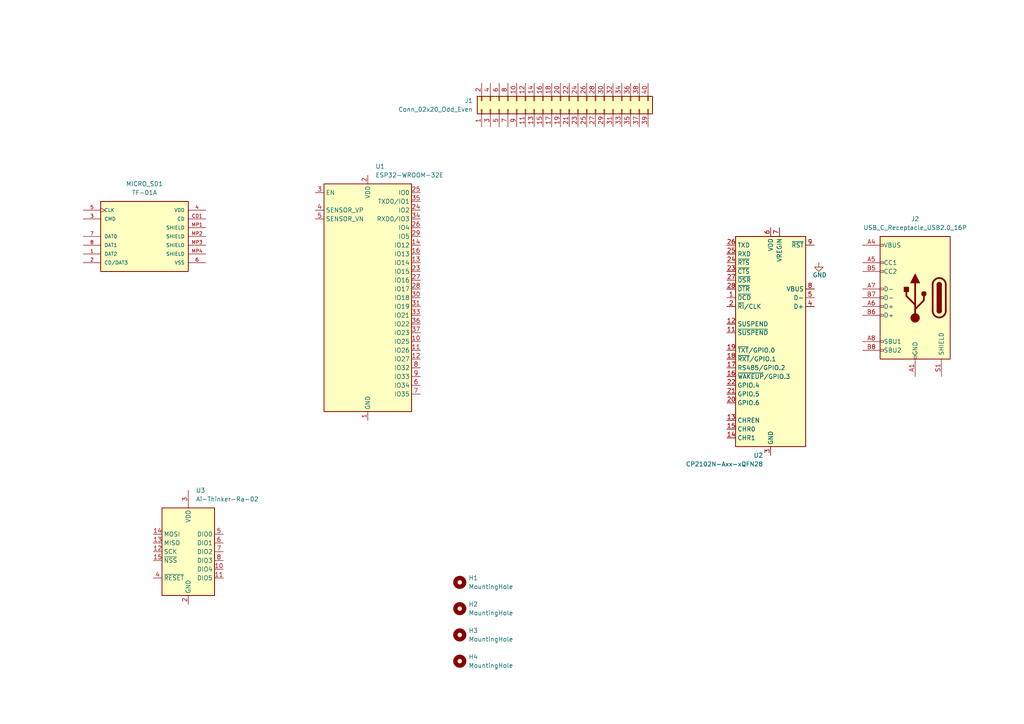
<source format=kicad_sch>
(kicad_sch (version 20231120) (generator "eeschema") (generator_version "8.0")
  (paper "A4")
  (lib_symbols
    (symbol "Connector:USB_C_Receptacle_USB2.0_16P" (pin_names (offset 1.016))
      (property "Reference" "J" (at 0 22.225 0))
      (property "Value" "USB_C_Receptacle_USB2.0_16P" (at 0 19.685 0))
      (symbol "USB_C_Receptacle_USB2.0_16P_0_0"
        (rectangle (start -0.254 -17.78) (end 0.254 -16.764))
        (rectangle (start 10.16 -14.986) (end 9.144 -15.494))
        (rectangle (start 10.16 -12.446) (end 9.144 -12.954))
        (rectangle (start 10.16 -4.826) (end 9.144 -5.334))
        (rectangle (start 10.16 -2.286) (end 9.144 -2.794))
        (rectangle (start 10.16 0.254) (end 9.144 -0.254))
        (rectangle (start 10.16 2.794) (end 9.144 2.286))
        (rectangle (start 10.16 7.874) (end 9.144 7.366))
        (rectangle (start 10.16 10.414) (end 9.144 9.906))
        (rectangle (start 10.16 15.494) (end 9.144 14.986))
      )
      (symbol "USB_C_Receptacle_USB2.0_16P_0_1"
        (rectangle (start -10.16 17.78) (end 10.16 -17.78) (stroke (width 0.254)) (fill (type background)))
        (arc (start -8.89 -3.81) (mid -6.985 -5.7067) (end -5.08 -3.81) (stroke (width 0.508)))
        (arc (start -7.62 -3.81) (mid -6.985 -4.4423) (end -6.35 -3.81) (stroke (width 0.254)))
        (arc (start -7.62 -3.81) (mid -6.985 -4.4423) (end -6.35 -3.81) (stroke (width 0.254)) (fill (type outline)))
        (rectangle (start -7.62 -3.81) (end -6.35 3.81) (stroke (width 0.254)) (fill (type outline)))
        (arc (start -6.35 3.81) (mid -6.985 4.4423) (end -7.62 3.81) (stroke (width 0.254)))
        (arc (start -6.35 3.81) (mid -6.985 4.4423) (end -7.62 3.81) (stroke (width 0.254)) (fill (type outline)))
        (arc (start -5.08 3.81) (mid -6.985 5.7067) (end -8.89 3.81) (stroke (width 0.508)))
        (circle (center -2.54 1.143) (radius 0.635) (stroke (width 0.254)) (fill (type outline)))
        (circle (center 0 -5.842) (radius 1.27) (fill (type outline)))
        (polyline (pts (xy -8.89 -3.81) (xy -8.89 3.81)) (stroke (width 0.508)))
        (polyline (pts (xy -5.08 3.81) (xy -5.08 -3.81)) (stroke (width 0.508)))
        (polyline (pts (xy 0 -5.842) (xy 0 4.318)) (stroke (width 0.508)))
        (polyline (pts (xy 0 -3.302) (xy -2.54 -0.762) (xy -2.54 0.508)) (stroke (width 0.508)))
        (polyline (pts (xy 0 -2.032) (xy 2.54 0.508) (xy 2.54 1.778)) (stroke (width 0.508)))
        (polyline (pts (xy -1.27 4.318) (xy 0 6.858) (xy 1.27 4.318) (xy -1.27 4.318)) (stroke (width 0.254)) (fill (type outline)))
        (rectangle (start 1.905 1.778) (end 3.175 3.048) (stroke (width 0.254)) (fill (type outline)))
      )
      (symbol "USB_C_Receptacle_USB2.0_16P_1_1"
        (pin passive line (at 0 -22.86 90) (length 5.08) (name "GND") (number "A1"))
        (pin passive line (at 0 -22.86 90) (length 5.08) hide (name "GND") (number "A12"))
        (pin passive line (at 15.24 15.24 180) (length 5.08) (name "VBUS") (number "A4"))
        (pin bidirectional line (at 15.24 10.16 180) (length 5.08) (name "CC1") (number "A5"))
        (pin bidirectional line (at 15.24 -2.54 180) (length 5.08) (name "D+") (number "A6"))
        (pin bidirectional line (at 15.24 2.54 180) (length 5.08) (name "D-") (number "A7"))
        (pin bidirectional line (at 15.24 -12.7 180) (length 5.08) (name "SBU1") (number "A8"))
        (pin passive line (at 15.24 15.24 180) (length 5.08) hide (name "VBUS") (number "A9"))
        (pin passive line (at 0 -22.86 90) (length 5.08) hide (name "GND") (number "B1"))
        (pin passive line (at 0 -22.86 90) (length 5.08) hide (name "GND") (number "B12"))
        (pin passive line (at 15.24 15.24 180) (length 5.08) hide (name "VBUS") (number "B4"))
        (pin bidirectional line (at 15.24 7.62 180) (length 5.08) (name "CC2") (number "B5"))
        (pin bidirectional line (at 15.24 -5.08 180) (length 5.08) (name "D+") (number "B6"))
        (pin bidirectional line (at 15.24 0 180) (length 5.08) (name "D-") (number "B7"))
        (pin bidirectional line (at 15.24 -15.24 180) (length 5.08) (name "SBU2") (number "B8"))
        (pin passive line (at 15.24 15.24 180) (length 5.08) hide (name "VBUS") (number "B9"))
        (pin passive line (at -7.62 -22.86 90) (length 5.08) (name "SHIELD") (number "S1"))
      )
    )
    (symbol "Connector_Generic:Conn_02x20_Odd_Even" (pin_names (offset 1.016) hide)
      (property "Reference" "J" (at 1.27 25.4 0))
      (property "Value" "Conn_02x20_Odd_Even" (at 1.27 -27.94 0))
      (symbol "Conn_02x20_Odd_Even_1_1"
        (rectangle (start -1.27 -25.273) (end 0 -25.527) (stroke (width 0.1524)))
        (rectangle (start -1.27 -22.733) (end 0 -22.987) (stroke (width 0.1524)))
        (rectangle (start -1.27 -20.193) (end 0 -20.447) (stroke (width 0.1524)))
        (rectangle (start -1.27 -17.653) (end 0 -17.907) (stroke (width 0.1524)))
        (rectangle (start -1.27 -15.113) (end 0 -15.367) (stroke (width 0.1524)))
        (rectangle (start -1.27 -12.573) (end 0 -12.827) (stroke (width 0.1524)))
        (rectangle (start -1.27 -10.033) (end 0 -10.287) (stroke (width 0.1524)))
        (rectangle (start -1.27 -7.493) (end 0 -7.747) (stroke (width 0.1524)))
        (rectangle (start -1.27 -4.953) (end 0 -5.207) (stroke (width 0.1524)))
        (rectangle (start -1.27 -2.413) (end 0 -2.667) (stroke (width 0.1524)))
        (rectangle (start -1.27 0.127) (end 0 -0.127) (stroke (width 0.1524)))
        (rectangle (start -1.27 2.667) (end 0 2.413) (stroke (width 0.1524)))
        (rectangle (start -1.27 5.207) (end 0 4.953) (stroke (width 0.1524)))
        (rectangle (start -1.27 7.747) (end 0 7.493) (stroke (width 0.1524)))
        (rectangle (start -1.27 10.287) (end 0 10.033) (stroke (width 0.1524)))
        (rectangle (start -1.27 12.827) (end 0 12.573) (stroke (width 0.1524)))
        (rectangle (start -1.27 15.367) (end 0 15.113) (stroke (width 0.1524)))
        (rectangle (start -1.27 17.907) (end 0 17.653) (stroke (width 0.1524)))
        (rectangle (start -1.27 20.447) (end 0 20.193) (stroke (width 0.1524)))
        (rectangle (start -1.27 22.987) (end 0 22.733) (stroke (width 0.1524)))
        (rectangle (start -1.27 24.13) (end 3.81 -26.67) (stroke (width 0.254)) (fill (type background)))
        (rectangle (start 3.81 -25.273) (end 2.54 -25.527) (stroke (width 0.1524)))
        (rectangle (start 3.81 -22.733) (end 2.54 -22.987) (stroke (width 0.1524)))
        (rectangle (start 3.81 -20.193) (end 2.54 -20.447) (stroke (width 0.1524)))
        (rectangle (start 3.81 -17.653) (end 2.54 -17.907) (stroke (width 0.1524)))
        (rectangle (start 3.81 -15.113) (end 2.54 -15.367) (stroke (width 0.1524)))
        (rectangle (start 3.81 -12.573) (end 2.54 -12.827) (stroke (width 0.1524)))
        (rectangle (start 3.81 -10.033) (end 2.54 -10.287) (stroke (width 0.1524)))
        (rectangle (start 3.81 -7.493) (end 2.54 -7.747) (stroke (width 0.1524)))
        (rectangle (start 3.81 -4.953) (end 2.54 -5.207) (stroke (width 0.1524)))
        (rectangle (start 3.81 -2.413) (end 2.54 -2.667) (stroke (width 0.1524)))
        (rectangle (start 3.81 0.127) (end 2.54 -0.127) (stroke (width 0.1524)))
        (rectangle (start 3.81 2.667) (end 2.54 2.413) (stroke (width 0.1524)))
        (rectangle (start 3.81 5.207) (end 2.54 4.953) (stroke (width 0.1524)))
        (rectangle (start 3.81 7.747) (end 2.54 7.493) (stroke (width 0.1524)))
        (rectangle (start 3.81 10.287) (end 2.54 10.033) (stroke (width 0.1524)))
        (rectangle (start 3.81 12.827) (end 2.54 12.573) (stroke (width 0.1524)))
        (rectangle (start 3.81 15.367) (end 2.54 15.113) (stroke (width 0.1524)))
        (rectangle (start 3.81 17.907) (end 2.54 17.653) (stroke (width 0.1524)))
        (rectangle (start 3.81 20.447) (end 2.54 20.193) (stroke (width 0.1524)))
        (rectangle (start 3.81 22.987) (end 2.54 22.733) (stroke (width 0.1524)))
        (pin passive line (at -5.08 22.86 0) (length 3.81) (name "Pin_1") (number "1"))
        (pin passive line (at 7.62 12.7 180) (length 3.81) (name "Pin_10") (number "10"))
        (pin passive line (at -5.08 10.16 0) (length 3.81) (name "Pin_11") (number "11"))
        (pin passive line (at 7.62 10.16 180) (length 3.81) (name "Pin_12") (number "12"))
        (pin passive line (at -5.08 7.62 0) (length 3.81) (name "Pin_13") (number "13"))
        (pin passive line (at 7.62 7.62 180) (length 3.81) (name "Pin_14") (number "14"))
        (pin passive line (at -5.08 5.08 0) (length 3.81) (name "Pin_15") (number "15"))
        (pin passive line (at 7.62 5.08 180) (length 3.81) (name "Pin_16") (number "16"))
        (pin passive line (at -5.08 2.54 0) (length 3.81) (name "Pin_17") (number "17"))
        (pin passive line (at 7.62 2.54 180) (length 3.81) (name "Pin_18") (number "18"))
        (pin passive line (at -5.08 0 0) (length 3.81) (name "Pin_19") (number "19"))
        (pin passive line (at 7.62 22.86 180) (length 3.81) (name "Pin_2") (number "2"))
        (pin passive line (at 7.62 0 180) (length 3.81) (name "Pin_20") (number "20"))
        (pin passive line (at -5.08 -2.54 0) (length 3.81) (name "Pin_21") (number "21"))
        (pin passive line (at 7.62 -2.54 180) (length 3.81) (name "Pin_22") (number "22"))
        (pin passive line (at -5.08 -5.08 0) (length 3.81) (name "Pin_23") (number "23"))
        (pin passive line (at 7.62 -5.08 180) (length 3.81) (name "Pin_24") (number "24"))
        (pin passive line (at -5.08 -7.62 0) (length 3.81) (name "Pin_25") (number "25"))
        (pin passive line (at 7.62 -7.62 180) (length 3.81) (name "Pin_26") (number "26"))
        (pin passive line (at -5.08 -10.16 0) (length 3.81) (name "Pin_27") (number "27"))
        (pin passive line (at 7.62 -10.16 180) (length 3.81) (name "Pin_28") (number "28"))
        (pin passive line (at -5.08 -12.7 0) (length 3.81) (name "Pin_29") (number "29"))
        (pin passive line (at -5.08 20.32 0) (length 3.81) (name "Pin_3") (number "3"))
        (pin passive line (at 7.62 -12.7 180) (length 3.81) (name "Pin_30") (number "30"))
        (pin passive line (at -5.08 -15.24 0) (length 3.81) (name "Pin_31") (number "31"))
        (pin passive line (at 7.62 -15.24 180) (length 3.81) (name "Pin_32") (number "32"))
        (pin passive line (at -5.08 -17.78 0) (length 3.81) (name "Pin_33") (number "33"))
        (pin passive line (at 7.62 -17.78 180) (length 3.81) (name "Pin_34") (number "34"))
        (pin passive line (at -5.08 -20.32 0) (length 3.81) (name "Pin_35") (number "35"))
        (pin passive line (at 7.62 -20.32 180) (length 3.81) (name "Pin_36") (number "36"))
        (pin passive line (at -5.08 -22.86 0) (length 3.81) (name "Pin_37") (number "37"))
        (pin passive line (at 7.62 -22.86 180) (length 3.81) (name "Pin_38") (number "38"))
        (pin passive line (at -5.08 -25.4 0) (length 3.81) (name "Pin_39") (number "39"))
        (pin passive line (at 7.62 20.32 180) (length 3.81) (name "Pin_4") (number "4"))
        (pin passive line (at 7.62 -25.4 180) (length 3.81) (name "Pin_40") (number "40"))
        (pin passive line (at -5.08 17.78 0) (length 3.81) (name "Pin_5") (number "5"))
        (pin passive line (at 7.62 17.78 180) (length 3.81) (name "Pin_6") (number "6"))
        (pin passive line (at -5.08 15.24 0) (length 3.81) (name "Pin_7") (number "7"))
        (pin passive line (at 7.62 15.24 180) (length 3.81) (name "Pin_8") (number "8"))
        (pin passive line (at -5.08 12.7 0) (length 3.81) (name "Pin_9") (number "9"))
      )
    )
    (symbol "Interface_USB:CP2102N-Axx-xQFN28"
      (property "Reference" "U" (at -8.89 31.75 0))
      (property "Value" "CP2102N-Axx-xQFN28" (at 12.7 31.75 0))
      (symbol "CP2102N-Axx-xQFN28_0_1"
        (rectangle (start -10.16 30.48) (end 10.16 -30.48) (stroke (width 0.254)) (fill (type background)))
      )
      (symbol "CP2102N-Axx-xQFN28_1_1"
        (pin input line (at 12.7 12.7 180) (length 2.54) (name "~{DCD}") (number "1"))
        (pin no_connect line (at -10.16 -27.94 0) (length 2.54) hide (name "NC") (number "10"))
        (pin output line (at 12.7 2.54 180) (length 2.54) (name "~{SUSPEND}") (number "11"))
        (pin output line (at 12.7 5.08 180) (length 2.54) (name "SUSPEND") (number "12"))
        (pin output line (at 12.7 -22.86 180) (length 2.54) (name "CHREN") (number "13"))
        (pin output line (at 12.7 -27.94 180) (length 2.54) (name "CHR1") (number "14"))
        (pin output line (at 12.7 -25.4 180) (length 2.54) (name "CHR0") (number "15"))
        (pin bidirectional line (at 12.7 -10.16 180) (length 2.54) (name "~{WAKEUP}/GPIO.3") (number "16"))
        (pin bidirectional line (at 12.7 -7.62 180) (length 2.54) (name "RS485/GPIO.2") (number "17"))
        (pin bidirectional line (at 12.7 -5.08 180) (length 2.54) (name "~{RXT}/GPIO.1") (number "18"))
        (pin bidirectional line (at 12.7 -2.54 180) (length 2.54) (name "~{TXT}/GPIO.0") (number "19"))
        (pin bidirectional line (at 12.7 10.16 180) (length 2.54) (name "~{RI}/CLK") (number "2"))
        (pin bidirectional line (at 12.7 -17.78 180) (length 2.54) (name "GPIO.6") (number "20"))
        (pin bidirectional line (at 12.7 -15.24 180) (length 2.54) (name "GPIO.5") (number "21"))
        (pin bidirectional line (at 12.7 -12.7 180) (length 2.54) (name "GPIO.4") (number "22"))
        (pin input line (at 12.7 20.32 180) (length 2.54) (name "~{CTS}") (number "23"))
        (pin output line (at 12.7 22.86 180) (length 2.54) (name "~{RTS}") (number "24"))
        (pin input line (at 12.7 25.4 180) (length 2.54) (name "RXD") (number "25"))
        (pin output line (at 12.7 27.94 180) (length 2.54) (name "TXD") (number "26"))
        (pin input line (at 12.7 17.78 180) (length 2.54) (name "~{DSR}") (number "27"))
        (pin output line (at 12.7 15.24 180) (length 2.54) (name "~{DTR}") (number "28"))
        (pin passive line (at 0 -33.02 90) (length 2.54) hide (name "GND") (number "29"))
        (pin power_in line (at 0 -33.02 90) (length 2.54) (name "GND") (number "3"))
        (pin bidirectional line (at -12.7 10.16 0) (length 2.54) (name "D+") (number "4"))
        (pin bidirectional line (at -12.7 12.7 0) (length 2.54) (name "D-") (number "5"))
        (pin power_in line (at 0 33.02 270) (length 2.54) (name "VDD") (number "6"))
        (pin power_in line (at -2.54 33.02 270) (length 2.54) (name "VREGIN") (number "7"))
        (pin input line (at -12.7 15.24 0) (length 2.54) (name "VBUS") (number "8"))
        (pin input line (at -12.7 27.94 0) (length 2.54) (name "~{RST}") (number "9"))
      )
    )
    (symbol "Mechanical:MountingHole" (pin_names (offset 1.016))
      (property "Reference" "H" (at 0 5.08 0))
      (property "Value" "MountingHole" (at 0 3.175 0))
      (symbol "MountingHole_0_1"
        (circle (center 0 0) (radius 1.27) (stroke (width 1.27)))
      )
    )
    (symbol "RF_Module:Ai-Thinker-Ra-02"
      (property "Reference" "U" (at 2.54 19.05 0))
      (property "Value" "Ai-Thinker-Ra-02" (at 13.97 -15.24 0))
      (symbol "Ai-Thinker-Ra-02_0_1"
        (rectangle (start -7.62 12.7) (end 7.62 -12.7) (stroke (width 0.254)) (fill (type background)))
      )
      (symbol "Ai-Thinker-Ra-02_1_1"
        (pin passive line (at 0 -15.24 90) (length 2.54) hide (name "GND") (number "1"))
        (pin bidirectional line (at 10.16 -5.08 180) (length 2.54) (name "DIO4") (number "10"))
        (pin bidirectional line (at 10.16 -7.62 180) (length 2.54) (name "DIO5") (number "11"))
        (pin input line (at -10.16 0 0) (length 2.54) (name "SCK") (number "12"))
        (pin output line (at -10.16 2.54 0) (length 2.54) (name "MISO") (number "13"))
        (pin input line (at -10.16 5.08 0) (length 2.54) (name "MOSI") (number "14"))
        (pin input line (at -10.16 -2.54 0) (length 2.54) (name "~{NSS}") (number "15"))
        (pin passive line (at 0 -15.24 90) (length 2.54) hide (name "GND") (number "16"))
        (pin power_in line (at 0 -15.24 90) (length 2.54) (name "GND") (number "2"))
        (pin power_in line (at 0 17.78 270) (length 5.08) (name "VDD") (number "3"))
        (pin input line (at -10.16 -7.62 0) (length 2.54) (name "~{RESET}") (number "4"))
        (pin bidirectional line (at 10.16 5.08 180) (length 2.54) (name "DIO0") (number "5"))
        (pin bidirectional line (at 10.16 2.54 180) (length 2.54) (name "DIO1") (number "6"))
        (pin bidirectional line (at 10.16 0 180) (length 2.54) (name "DIO2") (number "7"))
        (pin bidirectional line (at 10.16 -2.54 180) (length 2.54) (name "DIO3") (number "8"))
        (pin passive line (at 0 -15.24 90) (length 2.54) hide (name "GND") (number "9"))
      )
    )
    (symbol "RF_Module:ESP32-WROOM-32E"
      (property "Reference" "U" (at -12.7 34.29 0))
      (property "Value" "ESP32-WROOM-32E" (at 1.27 34.29 0))
      (symbol "ESP32-WROOM-32E_0_1"
        (rectangle (start -12.7 33.02) (end 12.7 -33.02) (stroke (width 0.254)) (fill (type background)))
      )
      (symbol "ESP32-WROOM-32E_1_1"
        (pin power_in line (at 0 -35.56 90) (length 2.54) (name "GND") (number "1"))
        (pin bidirectional line (at 15.24 -12.7 180) (length 2.54) (name "IO25") (number "10"))
        (pin bidirectional line (at 15.24 -15.24 180) (length 2.54) (name "IO26") (number "11"))
        (pin bidirectional line (at 15.24 -17.78 180) (length 2.54) (name "IO27") (number "12"))
        (pin bidirectional line (at 15.24 10.16 180) (length 2.54) (name "IO14") (number "13"))
        (pin bidirectional line (at 15.24 15.24 180) (length 2.54) (name "IO12") (number "14"))
        (pin passive line (at 0 -35.56 90) (length 2.54) hide (name "GND") (number "15"))
        (pin bidirectional line (at 15.24 12.7 180) (length 2.54) (name "IO13") (number "16"))
        (pin no_connect line (at -12.7 -5.08 0) (length 2.54) hide (name "NC") (number "17"))
        (pin no_connect line (at -12.7 -7.62 0) (length 2.54) hide (name "NC") (number "18"))
        (pin no_connect line (at -12.7 -12.7 0) (length 2.54) hide (name "NC") (number "19"))
        (pin power_in line (at 0 35.56 270) (length 2.54) (name "VDD") (number "2"))
        (pin no_connect line (at -12.7 -10.16 0) (length 2.54) hide (name "NC") (number "20"))
        (pin no_connect line (at -12.7 0 0) (length 2.54) hide (name "NC") (number "21"))
        (pin no_connect line (at -12.7 -2.54 0) (length 2.54) hide (name "NC") (number "22"))
        (pin bidirectional line (at 15.24 7.62 180) (length 2.54) (name "IO15") (number "23"))
        (pin bidirectional line (at 15.24 25.4 180) (length 2.54) (name "IO2") (number "24"))
        (pin bidirectional line (at 15.24 30.48 180) (length 2.54) (name "IO0") (number "25"))
        (pin bidirectional line (at 15.24 20.32 180) (length 2.54) (name "IO4") (number "26"))
        (pin bidirectional line (at 15.24 5.08 180) (length 2.54) (name "IO16") (number "27"))
        (pin bidirectional line (at 15.24 2.54 180) (length 2.54) (name "IO17") (number "28"))
        (pin bidirectional line (at 15.24 17.78 180) (length 2.54) (name "IO5") (number "29"))
        (pin input line (at -15.24 30.48 0) (length 2.54) (name "EN") (number "3"))
        (pin bidirectional line (at 15.24 0 180) (length 2.54) (name "IO18") (number "30"))
        (pin bidirectional line (at 15.24 -2.54 180) (length 2.54) (name "IO19") (number "31"))
        (pin no_connect line (at -12.7 -27.94 0) (length 2.54) hide (name "NC") (number "32"))
        (pin bidirectional line (at 15.24 -5.08 180) (length 2.54) (name "IO21") (number "33"))
        (pin bidirectional line (at 15.24 22.86 180) (length 2.54) (name "RXD0/IO3") (number "34"))
        (pin bidirectional line (at 15.24 27.94 180) (length 2.54) (name "TXD0/IO1") (number "35"))
        (pin bidirectional line (at 15.24 -7.62 180) (length 2.54) (name "IO22") (number "36"))
        (pin bidirectional line (at 15.24 -10.16 180) (length 2.54) (name "IO23") (number "37"))
        (pin passive line (at 0 -35.56 90) (length 2.54) hide (name "GND") (number "38"))
        (pin passive line (at 0 -35.56 90) (length 2.54) hide (name "GND") (number "39"))
        (pin input line (at -15.24 25.4 0) (length 2.54) (name "SENSOR_VP") (number "4"))
        (pin input line (at -15.24 22.86 0) (length 2.54) (name "SENSOR_VN") (number "5"))
        (pin input line (at 15.24 -25.4 180) (length 2.54) (name "IO34") (number "6"))
        (pin input line (at 15.24 -27.94 180) (length 2.54) (name "IO35") (number "7"))
        (pin bidirectional line (at 15.24 -20.32 180) (length 2.54) (name "IO32") (number "8"))
        (pin bidirectional line (at 15.24 -22.86 180) (length 2.54) (name "IO33") (number "9"))
      )
    )
    (symbol "TF-01A:TF-01A" (pin_names (offset 1.016))
      (property "Reference" "MICRO_SD1" (at 0 15.24 0))
      (property "Value" "TF-01A" (at 0 12.7 0))
      (symbol "TF-01A_0_0"
        (rectangle (start -12.7 10.16) (end 12.7 -10.16) (stroke (width 0.254)) (fill (type background)))
        (pin bidirectional line (at -17.78 -5.08 0) (length 5.08) (name "DAT2") (number "1"))
        (pin bidirectional line (at -17.78 -7.62 0) (length 5.08) (name "CD/DAT3") (number "2"))
        (pin bidirectional line (at -17.78 5.08 0) (length 5.08) (name "CMD") (number "3"))
        (pin power_in line (at 17.78 7.62 180) (length 5.08) (name "VDD") (number "4"))
        (pin bidirectional clock (at -17.78 7.62 0) (length 5.08) (name "CLK") (number "5"))
        (pin power_in line (at 17.78 -7.62 180) (length 5.08) (name "VSS") (number "6"))
        (pin bidirectional line (at -17.78 0 0) (length 5.08) (name "DAT0") (number "7"))
        (pin bidirectional line (at -17.78 -2.54 0) (length 5.08) (name "DAT1") (number "8"))
        (pin passive line (at 17.78 5.08 180) (length 5.08) (name "CD") (number "CD1"))
        (pin power_in line (at 17.78 2.54 180) (length 5.08) (name "SHIELD") (number "MP1"))
        (pin power_in line (at 17.78 0 180) (length 5.08) (name "SHIELD") (number "MP2"))
        (pin power_in line (at 17.78 -2.54 180) (length 5.08) (name "SHIELD") (number "MP3"))
        (pin power_in line (at 17.78 -5.08 180) (length 5.08) (name "SHIELD") (number "MP4"))
      )
    )
    (symbol "power:GND" (power) (pin_numbers hide) (pin_names (offset 0) hide)
      (property "Value" "GND" (at 0 -3.81 0))
      (symbol "GND_0_1"
        (polyline (pts (xy 0 0) (xy 0 -1.27) (xy 1.27 -1.27) (xy 0 -2.54) (xy -1.27 -1.27) (xy 0 -1.27)))
      )
      (symbol "GND_1_1"
        (pin power_in line (at 0 0 270) (length 0) (name "~") (number "1"))
      )
    )
  )
  (symbol (lib_id "Connector:USB_C_Receptacle_USB2.0_16P") (at 265.43 86.36 0) (mirror y) (unit 1)
    (property "Reference" "J2" (at 265.43 63.5 0))
    (property "Value" "USB_C_Receptacle_USB2.0_16P" (at 265.43 66.04 0))
    (property "Footprint" "Connector_USB:USB_C_Receptacle_XKB_U262-16XN-4BVC11" (effects (hide yes)))
    (property "Datasheet" "https://www.usb.org/sites/default/files/documents/usb_type-c.zip" (effects (hide yes)))
    (property "Description" "USB 2.0-only 16P Type-C Receptacle connector" (effects (hide yes)))
  )
  (symbol (lib_id "Mechanical:MountingHole") (at 133.35 176.53 0) (unit 1)
    (property "Reference" "H2" (at 135.89 175.2599 0) (effects (justify left)))
    (property "Value" "MountingHole" (at 135.89 177.7999 0) (effects (justify left)))
    (property "Footprint" "MountingHole:MountingHole_3.2mm_M3" (effects (hide yes)))
    (property "Description" "Mounting Hole without connection" (effects (hide yes)))
  )
  (symbol (lib_id "power:GND") (at 237.49 76.2 0) (unit 1)
    (property "Reference" "#PWR01" (effects (hide yes)))
    (property "Value" "GND" (at 237.744 79.756 0))
    (property "Description" "Power symbol creates a global label with name \"GND\" , ground" (effects (hide yes)))
  )
  (symbol (lib_id "TF-01A:TF-01A") (at 41.91 68.58 0) (unit 1)
    (property "Reference" "MICRO_SD1" (at 41.91 53.34 0))
    (property "Value" "TF-01A" (at 41.91 55.88 0))
    (property "Footprint" "TF-01A:TF-01A" (effects (hide yes)))
    (property "Description_1" "\nStandard Card Edge Connectors\n" (effects (hide yes)))
  )
  (symbol (lib_id "Mechanical:MountingHole") (at 133.35 191.77 0) (unit 1)
    (property "Reference" "H4" (at 135.89 190.4999 0) (effects (justify left)))
    (property "Value" "MountingHole" (at 135.89 193.0399 0) (effects (justify left)))
    (property "Footprint" "MountingHole:MountingHole_3.2mm_M3" (effects (hide yes)))
    (property "Description" "Mounting Hole without connection" (effects (hide yes)))
  )
  (symbol (lib_id "Connector_Generic:Conn_02x20_Odd_Even") (at 162.56 31.75 90) (unit 1)
    (property "Reference" "J1" (at 137.16 29.2099 90) (effects (justify left)))
    (property "Value" "Conn_02x20_Odd_Even" (at 137.16 31.7499 90) (effects (justify left)))
    (property "Footprint" "Connector_PinSocket_2.54mm:PinSocket_2x20_P2.54mm_Vertical" (effects (hide yes)))
    (property "Description" "Generic connector, double row, 02x20, odd/even pin numbering scheme (row 1 odd numbers, row 2 even numbers), script generated (kicad-library-utils/schlib/autogen/connector/)" (effects (hide yes)))
  )
  (symbol (lib_id "Mechanical:MountingHole") (at 133.35 168.91 0) (unit 1)
    (property "Reference" "H1" (at 135.89 167.6399 0) (effects (justify left)))
    (property "Value" "MountingHole" (at 135.89 170.1799 0) (effects (justify left)))
    (property "Footprint" "MountingHole:MountingHole_3.2mm_M3" (effects (hide yes)))
    (property "Description" "Mounting Hole without connection" (effects (hide yes)))
  )
  (symbol (lib_id "Interface_USB:CP2102N-Axx-xQFN28") (at 223.52 99.06 0) (mirror y) (unit 1)
    (property "Reference" "U2" (at 221.3259 132.08 0) (effects (justify left)))
    (property "Value" "CP2102N-Axx-xQFN28" (at 221.3259 134.62 0) (effects (justify left)))
    (property "Footprint" "Package_DFN_QFN:QFN-28-1EP_5x5mm_P0.5mm_EP3.35x3.35mm" (effects (hide yes)))
    (property "Datasheet" "https://www.silabs.com/documents/public/data-sheets/cp2102n-datasheet.pdf" (effects (hide yes)))
    (property "Description" "USB to UART master bridge, QFN-28" (effects (hide yes)))
  )
  (symbol (lib_id "RF_Module:ESP32-WROOM-32E") (at 106.68 86.36 0) (unit 1)
    (property "Reference" "U1" (at 108.8741 48.26 0) (effects (justify left)))
    (property "Value" "ESP32-WROOM-32E" (at 108.8741 50.8 0) (effects (justify left)))
    (property "Footprint" "RF_Module:ESP32-WROOM-32D" (effects (hide yes)))
    (property "Datasheet" "https://www.espressif.com/sites/default/files/documentation/esp32-wroom-32e_esp32-wroom-32ue_datasheet_en.pdf" (effects (hide yes)))
    (property "Description" "RF Module, ESP32-D0WD-V3 SoC, without PSRAM, Wi-Fi 802.11b/g/n, Bluetooth, BLE, 32-bit, 2.7-3.6V, onboard antenna, SMD" (effects (hide yes)))
  )
  (symbol (lib_id "Mechanical:MountingHole") (at 133.35 184.15 0) (unit 1)
    (property "Reference" "H3" (at 135.89 182.8799 0) (effects (justify left)))
    (property "Value" "MountingHole" (at 135.89 185.4199 0) (effects (justify left)))
    (property "Footprint" "MountingHole:MountingHole_3.2mm_M3" (effects (hide yes)))
    (property "Description" "Mounting Hole without connection" (effects (hide yes)))
  )
  (symbol (lib_id "RF_Module:Ai-Thinker-Ra-02") (at 54.61 160.02 0) (unit 1)
    (property "Reference" "U3" (at 56.8041 142.24 0) (effects (justify left)))
    (property "Value" "Ai-Thinker-Ra-02" (at 56.8041 144.78 0) (effects (justify left)))
    (property "Footprint" "RF_Module:Ai-Thinker-Ra-01-LoRa" (effects (hide yes)))
    (property "Datasheet" "http://wiki.ai-thinker.com/_media/lora/docs/c048ps01a1_ra-02_product_specification_v1.1.pdf" (effects (hide yes)))
    (property "Description" "Ai-Thinker Ra-02 410-525 MHz LoRa Module, SPI interface, U.FL antenna connector" (effects (hide yes)))
  )
)
</source>
